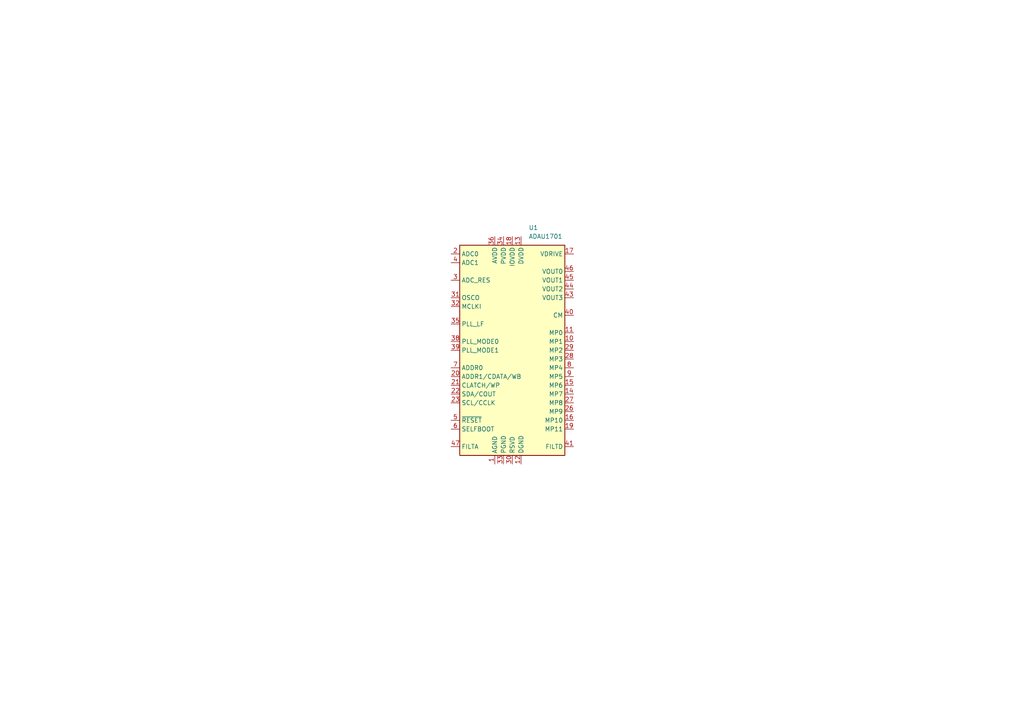
<source format=kicad_sch>
(kicad_sch (version 20230121) (generator eeschema)
  (paper "A4")
  (lib_symbols
    (symbol "DSP_AnalogDevices:ADAU1701"
      (property "Reference" "U" (at -12.7 31.75 0))
      (property "Value" "ADAU1701" (at 3.81 31.75 0))
      (symbol "ADAU1701_0_1"
        (rectangle (start -15.24 30.48) (end 15.24 -30.48) (stroke (width 0.254)) (fill (type background)))
      )
      (symbol "ADAU1701_1_1"
        (pin power_in line (at -5.08 -33.02 90) (length 2.54) (name "AGND") (number "1"))
        (pin bidirectional line (at 17.78 2.54 180) (length 2.54) (name "MP1") (number "10"))
        (pin bidirectional line (at 17.78 5.08 180) (length 2.54) (name "MP0") (number "11"))
        (pin power_in line (at 2.54 -33.02 90) (length 2.54) (name "DGND") (number "12"))
        (pin power_in line (at 2.54 33.02 270) (length 2.54) (name "DVDD") (number "13"))
        (pin bidirectional line (at 17.78 -12.7 180) (length 2.54) (name "MP7") (number "14"))
        (pin bidirectional line (at 17.78 -10.16 180) (length 2.54) (name "MP6") (number "15"))
        (pin bidirectional line (at 17.78 -20.32 180) (length 2.54) (name "MP10") (number "16"))
        (pin output line (at 17.78 27.94 180) (length 2.54) (name "VDRIVE") (number "17"))
        (pin power_in line (at 0 33.02 270) (length 2.54) (name "IOVDD") (number "18"))
        (pin bidirectional line (at 17.78 -22.86 180) (length 2.54) (name "MP11") (number "19"))
        (pin input line (at -17.78 27.94 0) (length 2.54) (name "ADC0") (number "2"))
        (pin input line (at -17.78 -7.62 0) (length 2.54) (name "ADDR1/CDATA/WB") (number "20"))
        (pin bidirectional line (at -17.78 -10.16 0) (length 2.54) (name "CLATCH/WP") (number "21"))
        (pin bidirectional line (at -17.78 -12.7 0) (length 2.54) (name "SDA/COUT") (number "22"))
        (pin bidirectional line (at -17.78 -15.24 0) (length 2.54) (name "SCL/CCLK") (number "23"))
        (pin passive line (at 2.54 33.02 270) (length 2.54) hide (name "DVDD") (number "24"))
        (pin passive line (at 2.54 -33.02 90) (length 2.54) hide (name "DGND") (number "25"))
        (pin bidirectional line (at 17.78 -17.78 180) (length 2.54) (name "MP9") (number "26"))
        (pin bidirectional line (at 17.78 -15.24 180) (length 2.54) (name "MP8") (number "27"))
        (pin bidirectional line (at 17.78 -2.54 180) (length 2.54) (name "MP3") (number "28"))
        (pin bidirectional line (at 17.78 0 180) (length 2.54) (name "MP2") (number "29"))
        (pin passive line (at -17.78 20.32 0) (length 2.54) (name "ADC_RES") (number "3"))
        (pin passive line (at 0 -33.02 90) (length 2.54) (name "RSVD") (number "30"))
        (pin passive line (at -17.78 15.24 0) (length 2.54) (name "OSCO") (number "31"))
        (pin passive line (at -17.78 12.7 0) (length 2.54) (name "MCLKI") (number "32"))
        (pin power_in line (at -2.54 -33.02 90) (length 2.54) (name "PGND") (number "33"))
        (pin power_in line (at -2.54 33.02 270) (length 2.54) (name "PVDD") (number "34"))
        (pin passive line (at -17.78 7.62 0) (length 2.54) (name "PLL_LF") (number "35"))
        (pin power_in line (at -5.08 33.02 270) (length 2.54) (name "AVDD") (number "36"))
        (pin passive line (at -5.08 -33.02 90) (length 2.54) hide (name "AGND") (number "37"))
        (pin input line (at -17.78 2.54 0) (length 2.54) (name "PLL_MODE0") (number "38"))
        (pin input line (at -17.78 0 0) (length 2.54) (name "PLL_MODE1") (number "39"))
        (pin input line (at -17.78 25.4 0) (length 2.54) (name "ADC1") (number "4"))
        (pin output line (at 17.78 10.16 180) (length 2.54) (name "CM") (number "40"))
        (pin output line (at 17.78 -27.94 180) (length 2.54) (name "FILTD") (number "41"))
        (pin passive line (at -5.08 -33.02 90) (length 2.54) hide (name "AGND") (number "42"))
        (pin output line (at 17.78 15.24 180) (length 2.54) (name "VOUT3") (number "43"))
        (pin output line (at 17.78 17.78 180) (length 2.54) (name "VOUT2") (number "44"))
        (pin output line (at 17.78 20.32 180) (length 2.54) (name "VOUT1") (number "45"))
        (pin output line (at 17.78 22.86 180) (length 2.54) (name "VOUT0") (number "46"))
        (pin output line (at -17.78 -27.94 0) (length 2.54) (name "FILTA") (number "47"))
        (pin passive line (at -5.08 33.02 270) (length 2.54) hide (name "AVDD") (number "48"))
        (pin input line (at -17.78 -20.32 0) (length 2.54) (name "~{RESET}") (number "5"))
        (pin input line (at -17.78 -22.86 0) (length 2.54) (name "SELFBOOT") (number "6"))
        (pin input line (at -17.78 -5.08 0) (length 2.54) (name "ADDR0") (number "7"))
        (pin bidirectional line (at 17.78 -5.08 180) (length 2.54) (name "MP4") (number "8"))
        (pin bidirectional line (at 17.78 -7.62 180) (length 2.54) (name "MP5") (number "9"))
      )
    )
  )
  (symbol (lib_id "DSP_AnalogDevices:ADAU1701") (at 148.59 101.6 0) (unit 1)
    (property "Reference" "U1" (at 153.3241 66.04 0) (effects (justify left)))
    (property "Value" "ADAU1701" (at 153.3241 68.58 0) (effects (justify left)))
    (property "Footprint" "Package_QFP:LQFP-48_7x7mm_P0.5mm" (effects hide))
    (property "Datasheet" "https://www.analog.com/media/en/technical-documentation/data-sheets/ADAU1701.pdf" (effects hide))
  )
)
</source>
